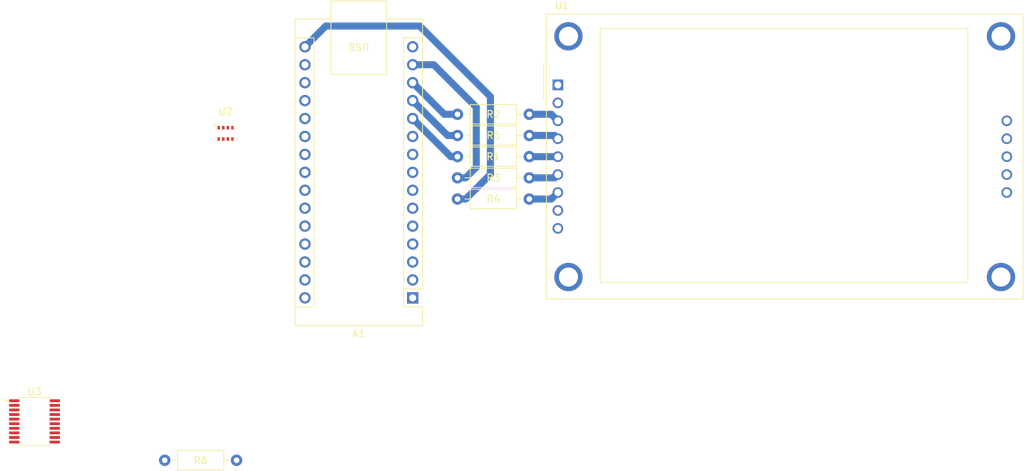
<source format=kicad_pcb>
(kicad_pcb (version 20241229) (generator "pcbnew") (generator_version "9.0")
  (layers (0 "F.Cu" signal) (2 "B.Cu" signal) (13 "F.Paste" user) (15 "B.Paste" user) (5 "F.SilkS" user "F.Silkscreen") (7 "B.SilkS" user "B.Silkscreen") (1 "F.Mask" user) (3 "B.Mask" user) (25 "Edge.Cuts" user))
  (net 0 "")
  (net 5 "GND")
  (net 7 "/TFT_DC")
  (net 9 "+5V")
  (net 11 "/TFT_CS")
  (net 14 "/BMP_SCL")
  (net 16 "/TFT_MOSI")
  (net 19 "/TFT_SCK")
  (net 20 "/TFT_RESET")
  (net 26 "+3V3")
  (net 27 "/BMP_SDA")
  (net 30 "Net-(U1-D{slash}~{C})")
  (net 31 "Net-(U1-~{CS})")
  (net 32 "Net-(U1-MOSI)")
  (net 33 "Net-(U1-SCK)")
  (net 34 "Net-(U1-RESET)")
  (net 41 "Net-(U3-OE)")
  (footprint "Resistor_THT:R_Axial_DIN0207_L6.3mm_D2.5mm_P10.16mm_Horizontal" (layer "F.Cu") (at 88.5 47 180)
    (property "Reference" "R4" (at 5.08 0 0) (layer "F.SilkS"))
    (property "Value" "1k" (hide yes))
    (fp_line (start 9.12 0) (end 8.35 0) (stroke (width 0.12)) (layer "F.SilkS"))
    (fp_line (start 8.35 1.37) (end 8.35 -1.37) (stroke (width 0.12)) (layer "F.SilkS"))
    (fp_line (start 8.35 -1.37) (end 1.81 -1.37) (stroke (width 0.12)) (layer "F.SilkS"))
    (fp_line (start 1.81 1.37) (end 8.35 1.37) (stroke (width 0.12)) (layer "F.SilkS"))
    (fp_line (start 1.81 -1.37) (end 1.81 1.37) (stroke (width 0.12)) (layer "F.SilkS"))
    (fp_line (start 1.04 0) (end 1.81 0) (stroke (width 0.12)) (layer "F.SilkS"))
    (pad "1" thru_hole circle (at 0 0 180) (size 1.6 1.6) (drill 0.8) (layers "*.Cu" "*.Mask") (net 33 "Net-(U1-SCK)"))
    (pad "2" thru_hole oval (at 10.16 0 180) (size 1.6 1.6) (drill 0.8) (layers "*.Cu" "*.Mask") (net 19 "/TFT_SCK"))
  )
  (footprint "Package_SO:TSSOP-20_4.4x6.5mm_P0.65mm" (layer "F.Cu") (at 18.5 78.5)
    (property "Reference" "U3" (at 0 -4.2 0) (layer "F.SilkS"))
    (property "Value" "TXS0108EPW")
    (fp_line (start 0 -3.385) (end -2.2 -3.385) (stroke (width 0.12)) (layer "F.SilkS"))
    (fp_line (start 0 -3.385) (end 2.2 -3.385) (stroke (width 0.12)) (layer "F.SilkS"))
    (fp_line (start 0 3.385) (end -2.2 3.385) (stroke (width 0.12)) (layer "F.SilkS"))
    (fp_line (start 0 3.385) (end 2.2 3.385) (stroke (width 0.12)) (layer "F.SilkS"))
    (fp_poly (pts (xy -3.86 -2.925) (xy -4.19 -2.685) (xy -4.19 -3.165)) (stroke (width 0.12)) (fill yes) (layer "F.SilkS"))
    (pad "1" smd roundrect (at -2.8625 -2.925) (size 1.475 0.4) (layers "F.Cu" "F.Mask" "F.Paste") (net 14 "/BMP_SCL"))
    (pad "2" smd roundrect (at -2.8625 -2.275) (size 1.475 0.4) (layers "F.Cu" "F.Mask" "F.Paste") (net 26 "+3V3"))
    (pad "3" smd roundrect (at -2.8625 -1.625) (size 1.475 0.4) (layers "F.Cu" "F.Mask" "F.Paste") (net 27 "/BMP_SDA"))
    (pad "4" smd roundrect (at -2.8625 -0.975) (size 1.475 0.4) (layers "F.Cu" "F.Mask" "F.Paste"))
    (pad "5" smd roundrect (at -2.8625 -0.325) (size 1.475 0.4) (layers "F.Cu" "F.Mask" "F.Paste"))
    (pad "6" smd roundrect (at -2.8625 0.325) (size 1.475 0.4) (layers "F.Cu" "F.Mask" "F.Paste"))
    (pad "7" smd roundrect (at -2.8625 0.975) (size 1.475 0.4) (layers "F.Cu" "F.Mask" "F.Paste"))
    (pad "8" smd roundrect (at -2.8625 1.625) (size 1.475 0.4) (layers "F.Cu" "F.Mask" "F.Paste"))
    (pad "9" smd roundrect (at -2.8625 2.275) (size 1.475 0.4) (layers "F.Cu" "F.Mask" "F.Paste"))
    (pad "10" smd roundrect (at -2.8625 2.925) (size 1.475 0.4) (layers "F.Cu" "F.Mask" "F.Paste") (net 41 "Net-(U3-OE)"))
    (pad "11" smd roundrect (at 2.8625 2.925) (size 1.475 0.4) (layers "F.Cu" "F.Mask" "F.Paste") (net 5 "GND"))
    (pad "12" smd roundrect (at 2.8625 2.275) (size 1.475 0.4) (layers "F.Cu" "F.Mask" "F.Paste"))
    (pad "13" smd roundrect (at 2.8625 1.625) (size 1.475 0.4) (layers "F.Cu" "F.Mask" "F.Paste"))
    (pad "14" smd roundrect (at 2.8625 0.975) (size 1.475 0.4) (layers "F.Cu" "F.Mask" "F.Paste"))
    (pad "15" smd roundrect (at 2.8625 0.325) (size 1.475 0.4) (layers "F.Cu" "F.Mask" "F.Paste"))
    (pad "16" smd roundrect (at 2.8625 -0.325) (size 1.475 0.4) (layers "F.Cu" "F.Mask" "F.Paste"))
    (pad "17" smd roundrect (at 2.8625 -0.975) (size 1.475 0.4) (layers "F.Cu" "F.Mask" "F.Paste"))
    (pad "18" smd roundrect (at 2.8625 -1.625) (size 1.475 0.4) (layers "F.Cu" "F.Mask" "F.Paste") (net 27 "/BMP_SDA"))
    (pad "19" smd roundrect (at 2.8625 -2.275) (size 1.475 0.4) (layers "F.Cu" "F.Mask" "F.Paste") (net 9 "+5V"))
    (pad "20" smd roundrect (at 2.8625 -2.925) (size 1.475 0.4) (layers "F.Cu" "F.Mask" "F.Paste") (net 14 "/BMP_SCL"))
  )
  (footprint "Module:Arduino_Nano" (layer "F.Cu") (at 72 61 180)
    (property "Reference" "A1" (at 7.62 -5.08 0) (layer "F.SilkS"))
    (property "Value" "Arduino_Nano_v3.x")
    (fp_line (start 16.64 39.5) (end 16.64 -3.94) (stroke (width 0.12)) (layer "F.SilkS"))
    (fp_line (start 16.64 39.5) (end 11.56 39.5) (stroke (width 0.12)) (layer "F.SilkS"))
    (fp_line (start 16.64 -3.94) (end -1.4 -3.94) (stroke (width 0.12)) (layer "F.SilkS"))
    (fp_line (start 13.97 36.83) (end 16.64 36.83) (stroke (width 0.12)) (layer "F.SilkS"))
    (fp_line (start 13.97 -1.27) (end 16.64 -1.27) (stroke (width 0.12)) (layer "F.SilkS"))
    (fp_line (start 13.97 -1.27) (end 13.97 36.83) (stroke (width 0.12)) (layer "F.SilkS"))
    (fp_line (start 11.56 42.04) (end 3.68 42.04) (stroke (width 0.12)) (layer "F.SilkS"))
    (fp_line (start 11.56 31.62) (end 11.56 42.04) (stroke (width 0.12)) (layer "F.SilkS"))
    (fp_line (start 3.68 42.04) (end 3.68 31.62) (stroke (width 0.12)) (layer "F.SilkS"))
    (fp_line (start 3.68 31.62) (end 11.56 31.62) (stroke (width 0.12)) (layer "F.SilkS"))
    (fp_line (start 1.27 36.83) (end -1.4 36.83) (stroke (width 0.12)) (layer "F.SilkS"))
    (fp_line (start 1.27 1.27) (end 1.27 36.83) (stroke (width 0.12)) (layer "F.SilkS"))
    (fp_line (start 1.27 1.27) (end 1.27 -1.27) (stroke (width 0.12)) (layer "F.SilkS"))
    (fp_line (start 1.27 1.27) (end -1.4 1.27) (stroke (width 0.12)) (layer "F.SilkS"))
    (fp_line (start 1.27 -1.27) (end -1.4 -1.27) (stroke (width 0.12)) (layer "F.SilkS"))
    (fp_line (start -1.4 39.5) (end 3.68 39.5) (stroke (width 0.12)) (layer "F.SilkS"))
    (fp_line (start -1.4 1.27) (end -1.4 39.5) (stroke (width 0.12)) (layer "F.SilkS"))
    (fp_line (start -1.4 -3.94) (end -1.4 -1.27) (stroke (width 0.12)) (layer "F.SilkS"))
    (fp_text user "USB" (at 7.62 35.56 180) (layer "F.SilkS"))
    (pad "1" thru_hole rect (at 0 0 180) (size 1.6 1.6) (drill 1) (layers "*.Cu" "*.Mask"))
    (pad "2" thru_hole oval (at 0 2.54 180) (size 1.6 1.6) (drill 1) (layers "*.Cu" "*.Mask"))
    (pad "3" thru_hole oval (at 0 5.08 180) (size 1.6 1.6) (drill 1) (layers "*.Cu" "*.Mask"))
    (pad "4" thru_hole oval (at 0 7.62 180) (size 1.6 1.6) (drill 1) (layers "*.Cu" "*.Mask") (net 5 "GND"))
    (pad "5" thru_hole oval (at 0 10.16 180) (size 1.6 1.6) (drill 1) (layers "*.Cu" "*.Mask"))
    (pad "6" thru_hole oval (at 0 12.7 180) (size 1.6 1.6) (drill 1) (layers "*.Cu" "*.Mask"))
    (pad "7" thru_hole oval (at 0 15.24 180) (size 1.6 1.6) (drill 1) (layers "*.Cu" "*.Mask"))
    (pad "8" thru_hole oval (at 0 17.78 180) (size 1.6 1.6) (drill 1) (layers "*.Cu" "*.Mask"))
    (pad "9" thru_hole oval (at 0 20.32 180) (size 1.6 1.6) (drill 1) (layers "*.Cu" "*.Mask"))
    (pad "10" thru_hole oval (at 0 22.86 180) (size 1.6 1.6) (drill 1) (layers "*.Cu" "*.Mask"))
    (pad "11" thru_hole oval (at 0 25.4 180) (size 1.6 1.6) (drill 1) (layers "*.Cu" "*.Mask") (net 7 "/TFT_DC"))
    (pad "12" thru_hole oval (at 0 27.94 180) (size 1.6 1.6) (drill 1) (layers "*.Cu" "*.Mask") (net 20 "/TFT_RESET"))
    (pad "13" thru_hole oval (at 0 30.48 180) (size 1.6 1.6) (drill 1) (layers "*.Cu" "*.Mask") (net 11 "/TFT_CS"))
    (pad "14" thru_hole oval (at 0 33.02 180) (size 1.6 1.6) (drill 1) (layers "*.Cu" "*.Mask") (net 16 "/TFT_MOSI"))
    (pad "15" thru_hole oval (at 0 35.56 180) (size 1.6 1.6) (drill 1) (layers "*.Cu" "*.Mask"))
    (pad "16" thru_hole oval (at 15.24 35.56 180) (size 1.6 1.6) (drill 1) (layers "*.Cu" "*.Mask") (net 19 "/TFT_SCK"))
    (pad "17" thru_hole oval (at 15.24 33.02 180) (size 1.6 1.6) (drill 1) (layers "*.Cu" "*.Mask") (net 26 "+3V3"))
    (pad "18" thru_hole oval (at 15.24 30.48 180) (size 1.6 1.6) (drill 1) (layers "*.Cu" "*.Mask"))
    (pad "19" thru_hole oval (at 15.24 27.94 180) (size 1.6 1.6) (drill 1) (layers "*.Cu" "*.Mask"))
    (pad "20" thru_hole oval (at 15.24 25.4 180) (size 1.6 1.6) (drill 1) (layers "*.Cu" "*.Mask"))
    (pad "21" thru_hole oval (at 15.24 22.86 180) (size 1.6 1.6) (drill 1) (layers "*.Cu" "*.Mask"))
    (pad "22" thru_hole oval (at 15.24 20.32 180) (size 1.6 1.6) (drill 1) (layers "*.Cu" "*.Mask"))
    (pad "23" thru_hole oval (at 15.24 17.78 180) (size 1.6 1.6) (drill 1) (layers "*.Cu" "*.Mask") (net 27 "/BMP_SDA"))
    (pad "24" thru_hole oval (at 15.24 15.24 180) (size 1.6 1.6) (drill 1) (layers "*.Cu" "*.Mask") (net 14 "/BMP_SCL"))
    (pad "25" thru_hole oval (at 15.24 12.7 180) (size 1.6 1.6) (drill 1) (layers "*.Cu" "*.Mask"))
    (pad "26" thru_hole oval (at 15.24 10.16 180) (size 1.6 1.6) (drill 1) (layers "*.Cu" "*.Mask"))
    (pad "27" thru_hole oval (at 15.24 7.62 180) (size 1.6 1.6) (drill 1) (layers "*.Cu" "*.Mask") (net 9 "+5V"))
    (pad "28" thru_hole oval (at 15.24 5.08 180) (size 1.6 1.6) (drill 1) (layers "*.Cu" "*.Mask"))
    (pad "29" thru_hole oval (at 15.24 2.54 180) (size 1.6 1.6) (drill 1) (layers "*.Cu" "*.Mask") (net 5 "GND"))
    (pad "30" thru_hole oval (at 15.24 0 180) (size 1.6 1.6) (drill 1) (layers "*.Cu" "*.Mask"))
  )
  (footprint "Resistor_THT:R_Axial_DIN0207_L6.3mm_D2.5mm_P10.16mm_Horizontal" (layer "F.Cu") (at 88.5 38 180)
    (property "Reference" "R5" (at 5.08 0 0) (layer "F.SilkS"))
    (property "Value" "1k" (hide yes))
    (fp_line (start 9.12 0) (end 8.35 0) (stroke (width 0.12)) (layer "F.SilkS"))
    (fp_line (start 8.35 1.37) (end 8.35 -1.37) (stroke (width 0.12)) (layer "F.SilkS"))
    (fp_line (start 8.35 -1.37) (end 1.81 -1.37) (stroke (width 0.12)) (layer "F.SilkS"))
    (fp_line (start 1.81 1.37) (end 8.35 1.37) (stroke (width 0.12)) (layer "F.SilkS"))
    (fp_line (start 1.81 -1.37) (end 1.81 1.37) (stroke (width 0.12)) (layer "F.SilkS"))
    (fp_line (start 1.04 0) (end 1.81 0) (stroke (width 0.12)) (layer "F.SilkS"))
    (pad "1" thru_hole circle (at 0 0 180) (size 1.6 1.6) (drill 0.8) (layers "*.Cu" "*.Mask") (net 34 "Net-(U1-RESET)"))
    (pad "2" thru_hole oval (at 10.16 0 180) (size 1.6 1.6) (drill 0.8) (layers "*.Cu" "*.Mask") (net 20 "/TFT_RESET"))
  )
  (footprint "Resistor_THT:R_Axial_DIN0207_L6.3mm_D2.5mm_P10.16mm_Horizontal" (layer "F.Cu") (at 88.5 41 180)
    (property "Reference" "R1" (at 5.08 0 0) (layer "F.SilkS"))
    (property "Value" "1k" (hide yes))
    (fp_line (start 9.12 0) (end 8.35 0) (stroke (width 0.12)) (layer "F.SilkS"))
    (fp_line (start 8.35 1.37) (end 8.35 -1.37) (stroke (width 0.12)) (layer "F.SilkS"))
    (fp_line (start 8.35 -1.37) (end 1.81 -1.37) (stroke (width 0.12)) (layer "F.SilkS"))
    (fp_line (start 1.81 1.37) (end 8.35 1.37) (stroke (width 0.12)) (layer "F.SilkS"))
    (fp_line (start 1.81 -1.37) (end 1.81 1.37) (stroke (width 0.12)) (layer "F.SilkS"))
    (fp_line (start 1.04 0) (end 1.81 0) (stroke (width 0.12)) (layer "F.SilkS"))
    (pad "1" thru_hole circle (at 0 0 180) (size 1.6 1.6) (drill 0.8) (layers "*.Cu" "*.Mask") (net 30 "Net-(U1-D{slash}~{C})"))
    (pad "2" thru_hole oval (at 10.16 0 180) (size 1.6 1.6) (drill 0.8) (layers "*.Cu" "*.Mask") (net 7 "/TFT_DC"))
  )
  (footprint "Resistor_THT:R_Axial_DIN0207_L6.3mm_D2.5mm_P10.16mm_Horizontal" (layer "F.Cu") (at 36.92 84)
    (property "Reference" "R6" (at 5.08 0 0) (layer "F.SilkS"))
    (property "Value" "10k" (hide yes))
    (fp_line (start 1.04 0) (end 1.81 0) (stroke (width 0.12)) (layer "F.SilkS"))
    (fp_line (start 1.81 -1.37) (end 1.81 1.37) (stroke (width 0.12)) (layer "F.SilkS"))
    (fp_line (start 1.81 1.37) (end 8.35 1.37) (stroke (width 0.12)) (layer "F.SilkS"))
    (fp_line (start 8.35 -1.37) (end 1.81 -1.37) (stroke (width 0.12)) (layer "F.SilkS"))
    (fp_line (start 8.35 1.37) (end 8.35 -1.37) (stroke (width 0.12)) (layer "F.SilkS"))
    (fp_line (start 9.12 0) (end 8.35 0) (stroke (width 0.12)) (layer "F.SilkS"))
    (pad "1" thru_hole circle (at 0 0) (size 1.6 1.6) (drill 0.8) (layers "*.Cu" "*.Mask") (net 41 "Net-(U3-OE)"))
    (pad "2" thru_hole oval (at 10.16 0) (size 1.6 1.6) (drill 0.8) (layers "*.Cu" "*.Mask") (net 26 "+3V3"))
  )
  (footprint "Package_LGA:Bosch_LGA-8_2x2.5mm_P0.65mm_ClockwisePinNumbering" (layer "F.Cu") (at 45.525 37.7)
    (property "Reference" "U2" (at 0 -3.1 0) (layer "F.SilkS"))
    (property "Value" "BMP280")
    (fp_line (start -1.35 -0.46) (end -1.35 -0.9) (stroke (width 0.1)) (layer "F.SilkS"))
    (fp_line (start -1.35 1.1) (end -1.35 0.46) (stroke (width 0.1)) (layer "F.SilkS"))
    (fp_line (start -1.35 1.1) (end -1.2 1.1) (stroke (width 0.1)) (layer "F.SilkS"))
    (fp_line (start 1.075 1.075) (end 1.225 1.075) (stroke (width 0.1)) (layer "F.SilkS"))
    (fp_line (start 1.2 -1.1) (end 1.35 -1.1) (stroke (width 0.1)) (layer "F.SilkS"))
    (fp_line (start 1.35 -0.46) (end 1.35 -1.1) (stroke (width 0.1)) (layer "F.SilkS"))
    (fp_line (start 1.35 1.1) (end 1.35 0.46) (stroke (width 0.1)) (layer "F.SilkS"))
    (fp_poly (pts (xy -1.35 -1.1) (xy -1.71 -1.1) (xy -1.35 -1.46) (xy -1.35 -1.1)) (stroke (width 0.1)) (fill yes) (layer "F.SilkS"))
    (pad "1" smd rect (at -0.975 -0.8 90) (size 0.5 0.35) (layers "F.Cu" "F.Mask" "F.Paste") (net 5 "GND"))
    (pad "2" smd rect (at -0.325 -0.8 90) (size 0.5 0.35) (layers "F.Cu" "F.Mask" "F.Paste"))
    (pad "3" smd rect (at 0.325 -0.8 90) (size 0.5 0.35) (layers "F.Cu" "F.Mask" "F.Paste") (net 27 "/BMP_SDA"))
    (pad "4" smd rect (at 0.975 -0.8 90) (size 0.5 0.35) (layers "F.Cu" "F.Mask" "F.Paste") (net 14 "/BMP_SCL"))
    (pad "5" smd rect (at 0.975 0.8 90) (size 0.5 0.35) (layers "F.Cu" "F.Mask" "F.Paste"))
    (pad "6" smd rect (at 0.325 0.8 90) (size 0.5 0.35) (layers "F.Cu" "F.Mask" "F.Paste") (net 26 "+3V3"))
    (pad "7" smd rect (at -0.325 0.8 90) (size 0.5 0.35) (layers "F.Cu" "F.Mask" "F.Paste") (net 5 "GND"))
    (pad "8" smd rect (at -0.975 0.8 90) (size 0.5 0.35) (layers "F.Cu" "F.Mask" "F.Paste") (net 26 "+3V3"))
  )
  (footprint "Resistor_THT:R_Axial_DIN0207_L6.3mm_D2.5mm_P10.16mm_Horizontal" (layer "F.Cu") (at 88.5 44 180)
    (property "Reference" "R3" (at 5.08 0 0) (layer "F.SilkS"))
    (property "Value" "1k" (hide yes))
    (fp_line (start 9.12 0) (end 8.35 0) (stroke (width 0.12)) (layer "F.SilkS"))
    (fp_line (start 8.35 1.37) (end 8.35 -1.37) (stroke (width 0.12)) (layer "F.SilkS"))
    (fp_line (start 8.35 -1.37) (end 1.81 -1.37) (stroke (width 0.12)) (layer "F.SilkS"))
    (fp_line (start 1.81 1.37) (end 8.35 1.37) (stroke (width 0.12)) (layer "F.SilkS"))
    (fp_line (start 1.81 -1.37) (end 1.81 1.37) (stroke (width 0.12)) (layer "F.SilkS"))
    (fp_line (start 1.04 0) (end 1.81 0) (stroke (width 0.12)) (layer "F.SilkS"))
    (pad "1" thru_hole circle (at 0 0 180) (size 1.6 1.6) (drill 0.8) (layers "*.Cu" "*.Mask") (net 32 "Net-(U1-MOSI)"))
    (pad "2" thru_hole oval (at 10.16 0 180) (size 1.6 1.6) (drill 0.8) (layers "*.Cu" "*.Mask") (net 16 "/TFT_MOSI"))
  )
  (footprint "Display:CR2013-MI2120" (layer "F.Cu") (at 92.5425 30.84)
    (property "Reference" "U1" (at 0.59 -11.18 0) (layer "F.SilkS"))
    (property "Value" "CR2013-MI2120")
    (fp_line (start -2 -3) (end -2 2) (stroke (width 0.12)) (layer "F.SilkS"))
    (fp_line (start -1.62 -10.01) (end 65.82 -10.01) (stroke (width 0.12)) (layer "F.SilkS"))
    (fp_line (start -1.62 30.33) (end -1.62 -10.01) (stroke (width 0.12)) (layer "F.SilkS"))
    (fp_line (start 6 -8) (end 58 -8) (stroke (width 0.12)) (layer "F.SilkS"))
    (fp_line (start 6 28) (end 6 -8) (stroke (width 0.12)) (layer "F.SilkS"))
    (fp_line (start 58 -8) (end 58 28) (stroke (width 0.12)) (layer "F.SilkS"))
    (fp_line (start 58 28) (end 6 28) (stroke (width 0.12)) (layer "F.SilkS"))
    (fp_line (start 65.82 -10.01) (end 65.82 30.33) (stroke (width 0.12)) (layer "F.SilkS"))
    (fp_line (start 65.82 30.33) (end -1.62 30.33) (stroke (width 0.12)) (layer "F.SilkS"))
    (pad "" thru_hole circle (at 1.5 -6.89) (size 4 4) (drill 2.7) (layers "*.Cu" "*.Mask"))
    (pad "" thru_hole circle (at 1.5 27.21) (size 4 4) (drill 2.7) (layers "*.Cu" "*.Mask"))
    (pad "" thru_hole circle (at 62.7 -6.89) (size 4 4) (drill 2.7) (layers "*.Cu" "*.Mask"))
    (pad "" thru_hole circle (at 62.7 27.21) (size 4 4) (drill 2.7) (layers "*.Cu" "*.Mask"))
    (pad "1" thru_hole rect (at 0 0) (size 1.5 1.5) (drill 1) (layers "*.Cu" "*.Mask") (net 9 "+5V"))
    (pad "2" thru_hole circle (at 0 2.54) (size 1.5 1.5) (drill 1) (layers "*.Cu" "*.Mask") (net 5 "GND"))
    (pad "3" thru_hole circle (at 0 5.08) (size 1.5 1.5) (drill 1) (layers "*.Cu" "*.Mask") (net 31 "Net-(U1-~{CS})"))
    (pad "4" thru_hole circle (at 0 7.62) (size 1.5 1.5) (drill 1) (layers "*.Cu" "*.Mask") (net 34 "Net-(U1-RESET)"))
    (pad "5" thru_hole circle (at 0 10.16) (size 1.5 1.5) (drill 1) (layers "*.Cu" "*.Mask") (net 30 "Net-(U1-D{slash}~{C})"))
    (pad "6" thru_hole circle (at 0 12.7) (size 1.5 1.5) (drill 1) (layers "*.Cu" "*.Mask") (net 32 "Net-(U1-MOSI)"))
    (pad "7" thru_hole circle (at 0 15.24) (size 1.5 1.5) (drill 1) (layers "*.Cu" "*.Mask") (net 33 "Net-(U1-SCK)"))
    (pad "8" thru_hole circle (at 0 17.78) (size 1.5 1.5) (drill 1) (layers "*.Cu" "*.Mask") (net 9 "+5V"))
    (pad "9" thru_hole circle (at 0 20.32) (size 1.5 1.5) (drill 1) (layers "*.Cu" "*.Mask"))
    (pad "10" thru_hole circle (at 63.52 5.08) (size 1.5 1.5) (drill 1) (layers "*.Cu" "*.Mask"))
    (pad "11" thru_hole circle (at 63.52 7.62) (size 1.5 1.5) (drill 1) (layers "*.Cu" "*.Mask"))
    (pad "12" thru_hole circle (at 63.52 10.16) (size 1.5 1.5) (drill 1) (layers "*.Cu" "*.Mask"))
    (pad "13" thru_hole circle (at 63.52 12.7) (size 1.5 1.5) (drill 1) (layers "*.Cu" "*.Mask"))
    (pad "14" thru_hole circle (at 63.52 15.24) (size 1.5 1.5) (drill 1) (layers "*.Cu" "*.Mask"))
  )
  (footprint "Resistor_THT:R_Axial_DIN0207_L6.3mm_D2.5mm_P10.16mm_Horizontal" (layer "F.Cu") (at 88.5 35 180)
    (property "Reference" "R2" (at 5.08 0 0) (layer "F.SilkS"))
    (property "Value" "1k" (hide yes))
    (fp_line (start 9.12 0) (end 8.35 0) (stroke (width 0.12)) (layer "F.SilkS"))
    (fp_line (start 8.35 1.37) (end 8.35 -1.37) (stroke (width 0.12)) (layer "F.SilkS"))
    (fp_line (start 8.35 -1.37) (end 1.81 -1.37) (stroke (width 0.12)) (layer "F.SilkS"))
    (fp_line (start 1.81 1.37) (end 8.35 1.37) (stroke (width 0.12)) (layer "F.SilkS"))
    (fp_line (start 1.81 -1.37) (end 1.81 1.37) (stroke (width 0.12)) (layer "F.SilkS"))
    (fp_line (start 1.04 0) (end 1.81 0) (stroke (width 0.12)) (layer "F.SilkS"))
    (pad "1" thru_hole circle (at 0 0 180) (size 1.6 1.6) (drill 0.8) (layers "*.Cu" "*.Mask") (net 31 "Net-(U1-~{CS})"))
    (pad "2" thru_hole oval (at 10.16 0 180) (size 1.6 1.6) (drill 0.8) (layers "*.Cu" "*.Mask") (net 11 "/TFT_CS"))
  )
  (segment (start 78.34 41) (end 77.4 41) (width 1) (layer "B.Cu") (net 7))
  (segment (start 77.4 41) (end 72 35.6) (width 1) (layer "B.Cu") (net 7))
  (segment (start 76.48 35) (end 72 30.52) (width 1) (layer "B.Cu") (net 11))
  (segment (start 78.34 35) (end 76.48 35) (width 1) (layer "B.Cu") (net 11))
  (segment (start 81 34) (end 74.98 27.98) (width 1) (layer "B.Cu") (net 16))
  (segment (start 78.34 44) (end 79.5 44) (width 1) (layer "B.Cu") (net 16))
  (segment (start 81 42.5) (end 81 34) (width 1) (layer "B.Cu") (net 16))
  (segment (start 74.98 27.98) (end 72 27.98) (width 1) (layer "B.Cu") (net 16))
  (segment (start 79.5 44) (end 81 42.5) (width 1) (layer "B.Cu") (net 16))
  (segment (start 59.7 22.5) (end 56.76 25.44) (width 1) (layer "B.Cu") (net 19))
  (segment (start 79.5 47) (end 83 43.5) (width 1) (layer "B.Cu") (net 19))
  (segment (start 83 32.5) (end 73 22.5) (width 1) (layer "B.Cu") (net 19))
  (segment (start 78.34 47) (end 79.5 47) (width 1) (layer "B.Cu") (net 19))
  (segment (start 73 22.5) (end 59.7 22.5) (width 1) (layer "B.Cu") (net 19))
  (segment (start 83 43.5) (end 83 32.5) (width 1) (layer "B.Cu") (net 19))
  (segment (start 78.34 38) (end 76.94 38) (width 1) (layer "B.Cu") (net 20))
  (segment (start 76.94 38) (end 72 33.06) (width 1) (layer "B.Cu") (net 20))
  (segment (start 88.5 41) (end 92.5425 41) (width 1) (layer "B.Cu") (net 30))
  (segment (start 91.6225 35) (end 92.5425 35.92) (width 1) (layer "B.Cu") (net 31))
  (segment (start 88.5 35) (end 91.6225 35) (width 1) (layer "B.Cu") (net 31))
  (segment (start 88.5 44) (end 92.0825 44) (width 1) (layer "B.Cu") (net 32))
  (segment (start 92.0825 44) (end 92.5425 43.54) (width 1) (layer "B.Cu") (net 32))
  (segment (start 91.6225 47) (end 92.5425 46.08) (width 1) (layer "B.Cu") (net 33))
  (segment (start 88.5 47) (end 91.6225 47) (width 1) (layer "B.Cu") (net 33))
  (segment (start 88.5 38) (end 92.0825 38) (width 1) (layer "B.Cu") (net 34))
  (segment (start 92.0825 38) (end 92.5425 38.46) (width 1) (layer "B.Cu") (net 34))
)
</source>
